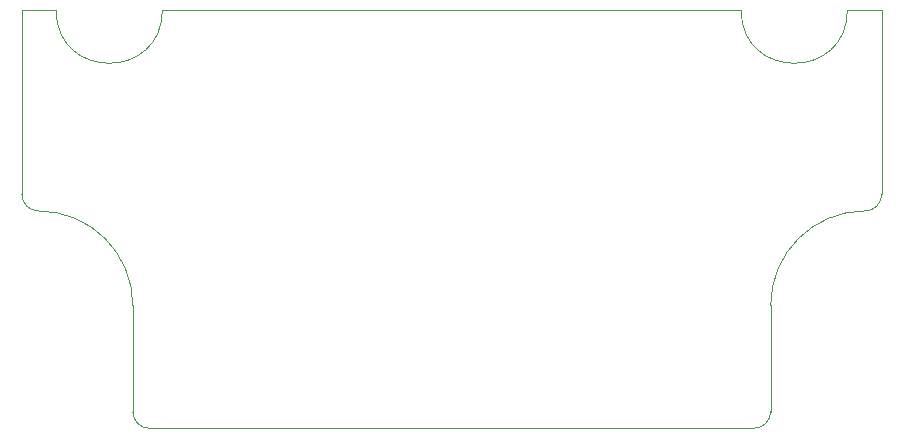
<source format=gbr>
%TF.GenerationSoftware,KiCad,Pcbnew,5.1.7-a382d34a8~88~ubuntu18.04.1*%
%TF.CreationDate,2022-11-07T19:22:55-05:00*%
%TF.ProjectId,project-mute-button,70726f6a-6563-4742-9d6d-7574652d6275,rev?*%
%TF.SameCoordinates,Original*%
%TF.FileFunction,Profile,NP*%
%FSLAX46Y46*%
G04 Gerber Fmt 4.6, Leading zero omitted, Abs format (unit mm)*
G04 Created by KiCad (PCBNEW 5.1.7-a382d34a8~88~ubuntu18.04.1) date 2022-11-07 19:22:55*
%MOMM*%
%LPD*%
G01*
G04 APERTURE LIST*
%TA.AperFunction,Profile*%
%ADD10C,0.050000*%
%TD*%
G04 APERTURE END LIST*
D10*
X42850000Y-60150000D02*
G75*
G02*
X33850000Y-60150000I-4500000J0D01*
G01*
X100850000Y-60150000D02*
X103750000Y-60150000D01*
X33850000Y-60150000D02*
X30950000Y-60150000D01*
X100850000Y-60150000D02*
G75*
G02*
X91850000Y-60150000I-4500000J0D01*
G01*
X94350000Y-85150000D02*
G75*
G02*
X102350000Y-77150000I8000000J0D01*
G01*
X32350000Y-77150000D02*
G75*
G02*
X40350000Y-85150000I0J-8000000D01*
G01*
X42850000Y-60150000D02*
X91850000Y-60150000D01*
X103750000Y-75750000D02*
G75*
G02*
X102350000Y-77150000I-1400000J0D01*
G01*
X94350000Y-94150000D02*
G75*
G02*
X92950000Y-95550000I-1400000J0D01*
G01*
X32350000Y-77150000D02*
G75*
G02*
X30950000Y-75750000I0J1400000D01*
G01*
X41750000Y-95550000D02*
G75*
G02*
X40350000Y-94150000I0J1400000D01*
G01*
X40350000Y-94150000D02*
X40350000Y-85150000D01*
X94350000Y-94150000D02*
X94350000Y-85150000D01*
X103750000Y-60150000D02*
X103750000Y-75750000D01*
X30950000Y-60150000D02*
X30950000Y-75750000D01*
X67350000Y-95550000D02*
X92950000Y-95550000D01*
X41750000Y-95550000D02*
X67350000Y-95550000D01*
M02*

</source>
